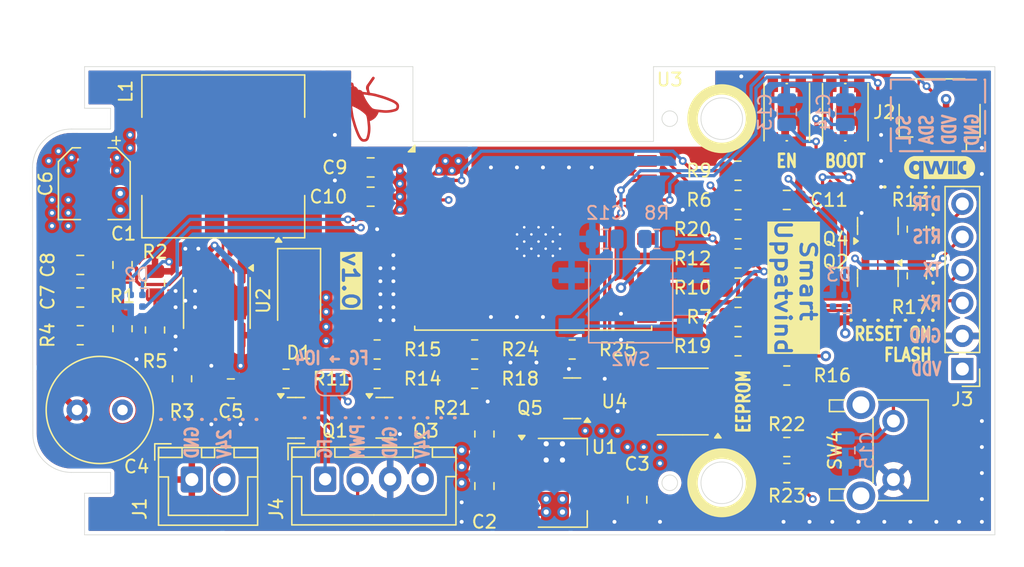
<source format=kicad_pcb>
(kicad_pcb (version 20240108) (generator "pcbnew") (generator_version "8.0")
  (title_block (title "Smart Uppatvind") (date "2024-07-18") (rev "1.0") (company "Petr Moucha") (comment 2 "Any use or reproduction unrelated to this project is prohibited.") (comment 3 "The fly logo is the property of Petr Moucha. ") (comment 4 "Licensed under CERN-OHL-W v2"))
  (layers (0 "F.Cu" signal) (1 "In1.Cu" power) (2 "In2.Cu" power) (31 "B.Cu" signal) (34 "B.Paste" user) (35 "F.Paste" user) (36 "B.SilkS" user "B.Silkscreen") (37 "F.SilkS" user "F.Silkscreen") (38 "B.Mask" user) (39 "F.Mask" user) (44 "Edge.Cuts" user))
  (net 0 "")
  (net 1 "+5V")
  (net 2 "Net-(C1-Pad1)")
  (net 3 "GND")
  (net 4 "VDD")
  (net 5 "+24V")
  (net 6 "GNDPWR")
  (net 7 "Net-(U2-COMP)")
  (net 8 "Net-(U2-FB)")
  (net 9 "Net-(C8-Pad2)")
  (net 10 "/EN")
  (net 11 "Net-(C12-Pad2)")
  (net 12 "Net-(Q2-C)")
  (net 13 "Net-(Q4-C)")
  (net 14 "Net-(C15-Pad2)")
  (net 15 "Net-(D1-K)")
  (net 16 "/LED")
  (net 17 "Net-(D2-DOUT)")
  (net 19 "/SCL")
  (net 20 "/SDA")
  (net 21 "/RTS")
  (net 22 "/RX")
  (net 23 "/TX")
  (net 24 "/DTR")
  (net 25 "/PWM_5V")
  (net 26 "/FG")
  (net 27 "/FAN_24V")
  (net 28 "Net-(JP1-B)")
  (net 29 "Net-(Q1-G)")
  (net 30 "Net-(Q2-B)")
  (net 31 "Net-(Q3-C)")
  (net 32 "Net-(Q3-B)")
  (net 33 "Net-(Q4-B)")
  (net 34 "Net-(Q5-G)")
  (net 35 "Net-(U2-FSW)")
  (net 36 "Net-(U3-IO20{slash}RXD)")
  (net 37 "/SW_MAIN")
  (net 38 "Net-(U3-IO21{slash}TXD)")
  (net 39 "/FAN_EN")
  (net 40 "/SW_FILTER")
  (net 41 "/BOOT")
  (net 42 "/PWM")
  (footprint "Resistor_SMD:R_0805_2012Metric_Pad1.20x1.40mm_HandSolder" (layer "F.Cu") (at 72.6 64.7)
    (property "Reference" "R11")
    (property "Value" "47k")
  )
  (footprint "Resistor_SMD:R_0805_2012Metric_Pad1.20x1.40mm_HandSolder" (layer "F.Cu") (at 79.6 62.45 180)
    (property "Reference" "R15")
    (property "Value" "1k")
  )
  (footprint "Resistor_SMD:R_0805_2012Metric" (layer "F.Cu") (at 107.35 53.2 180)
    (property "Reference" "R20")
    (property "Value" "330 R")
  )
  (footprint "Resistor_SMD:R_0805_2012Metric" (layer "F.Cu") (at 107.35 50.95)
    (property "Reference" "R6")
    (property "Value" "100k")
  )
  (footprint "Resistor_SMD:R_0805_2012Metric_Pad1.20x1.40mm_HandSolder" (layer "F.Cu") (at 87.1 62.45 180)
    (property "Reference" "R24")
    (property "Value" "120R")
  )
  (footprint "Resistor_SMD:R_0805_2012Metric" (layer "F.Cu") (at 107.35 48.7)
    (property "Reference" "R9")
    (property "Value" "330 R")
  )
  (footprint "SparkFun-Qwiic:qwiic_5.5mm" (layer "F.Cu") (at 122.85 48.45)
    (property "Reference" "G***" (hide yes))
    (property "Value" "LOGO" (hide yes))
  )
  (footprint "Capacitor_SMD:C_0805_2012Metric" (layer "F.Cu") (at 111.1 50.95)
    (property "Reference" "C11")
    (property "Value" "1uF")
  )
  (footprint "Capacitor_SMD:C_0805_2012Metric" (layer "F.Cu") (at 60.02 55.95 90)
    (property "Reference" "C1")
    (property "Value" "15nF")
  )
  (footprint "Moucha_Modules:ESP32-CX-WROOM-02" (layer "F.Cu") (at 91.6 53.95)
    (property "Reference" "U3")
    (property "Value" "ESP32-C3-WROOM-02")
  )
  (footprint "Connector_PinHeader_2.54mm:PinHeader_1x06_P2.54mm_Vertical" (layer "F.Cu") (at 124.6 63.95 180)
    (property "Reference" "J3")
    (property "Value" "UART_PROG")
  )
  (footprint "Connector_JST:JST_SH_SM04B-SRSS-TB_1x04-1MP_P1.00mm_Horizontal" (layer "F.Cu") (at 122.85 44.325 180)
    (property "Reference" "J2")
    (property "Value" "EXT_SENSOR")
  )
  (footprint "Resistor_SMD:R_0805_2012Metric_Pad1.20x1.40mm_HandSolder" (layer "F.Cu") (at 94.6 62.45)
    (property "Reference" "R25")
    (property "Value" "47k")
  )
  (footprint "Moucha_Primitives:SW_Tactile_G-Switch_GT-TC102B_Angled" (layer "F.Cu") (at 119.3 67.95 -90)
    (property "Reference" "SW4")
    (property "Value" "FILTER")
  )
  (footprint "Inductor_SMD:L_Coilcraft_MSS1278H-XXX" (layer "F.Cu") (at 67.77 47.6 180)
    (property "Reference" "L1")
    (property "Value" "47uH")
  )
  (footprint "Capacitor_THT:C_Radial_D8.0mm_H7.0mm_P3.50mm" (layer "F.Cu") (at 60.02 67.1 180)
    (property "Reference" "C4")
    (property "Value" "6.8uF")
  )
  (footprint "Resistor_SMD:R_0805_2012Metric_Pad1.20x1.40mm_HandSolder" (layer "F.Cu") (at 87.1 64.7)
    (property "Reference" "R18")
    (property "Value" "47k")
  )
  (footprint "Moucha_Primitives:SW_Push_1P1T_Vertical_3x4mm" (layer "F.Cu") (at 111.1 44.2 90)
    (property "Reference" "SW1" (hide yes))
    (property "Value" "EN")
  )
  (footprint "Resistor_SMD:R_0805_2012Metric" (layer "F.Cu") (at 111.1 69.95 180)
    (property "Reference" "R22")
    (property "Value" "2.2k")
  )
  (footprint "Capacitor_SMD:C_0805_2012Metric" (layer "F.Cu") (at 79.1 50.7 180)
    (property "Reference" "C10")
    (property "Value" "1uF")
  )
  (footprint "Resistor_SMD:R_0805_2012Metric" (layer "F.Cu") (at 107.35 62.2 180)
    (property "Reference" "R19")
    (property "Value" "0R")
  )
  (footprint "Capacitor_SMD:CP_Elec_5x5.9" (layer "F.Cu") (at 57.85 49.7 -90)
    (property "Reference" "C6")
    (property "Value" "33uF")
  )
  (footprint "Capacitor_SMD:C_0805_2012Metric" (layer "F.Cu") (at 79.1 48.45 180)
    (property "Reference" "C9")
    (property "Value" "10uF")
  )
  (footprint "Connector_JST:JST_XH_B2B-XH-A_1x02_P2.50mm_Vertical" (layer "F.Cu") (at 65.35 72.45)
    (property "Reference" "J1")
    (property "Value" "PWR")
  )
  (footprint "Capacitor_SMD:C_0805_2012Metric" (layer "F.Cu") (at 68.35 65.45 180)
    (property "Reference" "C5")
    (property "Value" "220nF")
  )
  (footprint "Package_TO_SOT_SMD:SOT-23" (layer "F.Cu") (at 73.35 67.7)
    (property "Reference" "Q1")
    (property "Value" "IRLML9301")
  )
  (footprint "Resistor_SMD:R_0805_2012Metric" (layer "F.Cu") (at 107.35 59.95)
    (property "Reference" "R7")
    (property "Value" "330 R")
  )
  (footprint "Resistor_SMD:R_0805_2012Metric" (layer "F.Cu") (at 62.52 57.35 90)
    (property "Reference" "R2")
    (property "Value" "5.1k")
  )
  (footprint "Resistor_SMD:R_0805_2012Metric" (layer "F.Cu") (at 111.1 71.95 180)
    (property "Reference" "R23")
    (property "Value" "2.2k")
  )
  (footprint "Package_TO_SOT_SMD:SOT-223-3_TabPin2" (layer "F.Cu") (at 93.85 72.7)
    (property "Reference" "U1")
    (property "Value" "LDL1117S33R")
  )
  (footprint "Capacitor_SMD:C_0805_2012Metric" (layer "F.Cu") (at 99.6 74 -90)
    (property "Reference" "C3")
    (property "Value" "4.7uF")
  )
  (footprint "Capacitor_SMD:C_0805_2012Metric" (layer "F.Cu") (at 87.85 72.95 -90)
    (property "Reference" "C2")
    (property "Value" "1uF")
  )
  (footprint "Connector_JST:JST_XH_B4B-XH-A_1x04_P2.50mm_Vertical" (layer "F.Cu") (at 75.6 72.425)
    (property "Reference" "J4")
    (property "Value" "FAN")
  )
  (footprint "Package_SO:HSOP-8-1EP_3.9x4.9mm_P1.27mm_EP2.3x2.3mm" (layer "F.Cu") (at 67.275 58.875 -90)
    (property "Reference" "U2")
    (property "Value" "L7980A")
  )
  (footprint "Resistor_SMD:R_0805_2012Metric" (layer "F.Cu") (at 60.02 60.85 90)
    (property "Reference" "R1")
    (property "Value" "150R")
  )
  (footprint "Diode_SMD:D_SMA" (layer "F.Cu") (at 73.6 58.2 -90)
    (property "Reference" "D1")
    (property "Value" "25V")
  )
  (footprint "Resistor_SMD:R_0805_2012Metric_Pad1.20x1.40mm_HandSolder" (layer "F.Cu") (at 79.6 64.7)
    (property "Reference" "R14")
    (property "Value" "47k")
  )
  (footprint "NetTie:NetTie-2_SMD_Pad2.0mm" (layer "F.Cu") (at 61.85 69.2 20)
    (property "Reference" "NT1" (hide yes))
    (property "Value" "~" (hide yes))
  )
  (footprint "Moucha_Primitives:SW_Push_1P1T_Vertical_3x4mm" (layer "F.Cu") (at 115.6 44.2 90)
    (property "Reference" "SW3" (hide yes))
    (property "Value" "BOOT")
  )
  (footprint "Resistor_SMD:R_0805_2012Metric" (layer "F.Cu") (at 121.1 53.2 -90)
    (property "Reference" "R13")
    (property "Value" "5.1kR")
  )
  (footprint "Capacitor_SMD:C_0805_2012Metric" (layer "F.Cu") (at 56.77 55.95 180)
    (property "Reference" "C8")
    (property "Value" "56nF")
  )
  (footprint "Resistor_SMD:R_0805_2012Metric" (layer "F.Cu") (at 107.35 57.7)
    (property "Reference" "R10")
    (property "Value" "330 R")
  )
  (footprint "Package_TO_SOT_SMD:SOT-23" (layer "F.Cu") (at 118.1 56.95 -90)
    (property "Reference" "Q2")
    (property "Value" "MMBT3904")
  )
  (footprint "Package_TO_SOT_SMD:SOT-23" (layer "F.Cu") (at 94.6 66.2 180)
    (property "Reference" "Q5")
    (property "Value" "Q_NMOS_GSD")
  )
  (footprint "Resistor_SMD:R_0805_2012Metric" (layer "F.Cu") (at 107.35 55.45 180)
    (property "Reference" "R12")
    (property "Value" "0R")
  )
  (footprint "Resistor_SMD:R_0805_2012Metric" (layer "F.Cu") (at 121.1 56.7875 90)
    (property "Reference" "R17")
    (property "Value" "5.1kR")
  )
  (footprint "Resistor_SMD:R_0805_2012Metric" (layer "F.Cu") (at 56.77 61.35)
    (property "Reference" "R4")
    (property "Value" "1.3k")
  )
  (footprint "Package_TO_SOT_SMD:SOT-23" (layer "F.Cu") (at 118.1 52.95 90)
    (property "Reference" "Q4")
    (property "Value" "MMBT3904")
  )
  (footprint "Resistor_SMD:R_0805_2012Metric" (layer "F.Cu") (at 62.52 60.95 90)
    (property "Reference" "R5")
    (property "Value" "698R")
  )
  (footprint "Resistor_SMD:R_0805_2012Metric" (layer "F.Cu") (at 111.1 64.45 180)
    (property "Reference" "R16")
    (property "Value" "10k")
  )
  (footprint "Resistor_SMD:R_0805_2012Metric" (layer "F.Cu") (at 64.6 64.7 90)
    (property "Reference" "R3")
    (property "Value" "562k")
  )
  (footprint "Resistor_SMD:R_0805_2012Metric_Pad1.20x1.40mm_HandSolder" (layer "F.Cu") (at 87.85 68.95 90)
    (property "Reference" "R21")
    (property "Value" "10k")
  )
  (footprint "Package_SO:SOIC-8_3.9x4.9mm_P1.27mm" (layer "F.Cu") (at 103.1 66.45 180)
    (property "Reference" "U4")
    (property "Value" "M24C02-WMN")
  )
  (footprint "Package_TO_SOT_SMD:SOT-23" (layer "F.Cu") (at 80.1625 67.7)
    (property "Reference" "Q3")
    (property "Value" "MMBT3904")
  )
  (footprint "Capacitor_SMD:C_0805_2012Metric" (layer "F.Cu") (at 56.77 58.45 180)
    (property "Reference" "C7")
    (property "Value" "820pF")
  )
  (footprint "Moucha_Graphics:Logo_Moucha_4.5x4.5mm_Copper" (layer "F.Cu") (at 78.6 43.7 45)
    (property "Reference" "REF**" (hide yes))
    (property "Value" "Logo_Moucha_4.5x4.5mm_Copper" (hide yes))
  )
  (footprint "Resistor_SMD:R_0805_2012Metric" (layer "B.Cu") (at 101.1 53.95)
    (property "Reference" "R8")
    (property "Value" "10k")
  )
  (footprint "Moucha_Primitives:LED_SK6805_EC14_1.4x1.4mm" (layer "B.Cu") (at 61.1 58.7 180)
    (property "Reference" "D2")
    (property "Value" "SK6805")
  )
  (footprint "Moucha_Primitives:LED_SK6805_EC14_1.4x1.4mm" (layer "B.Cu") (at 115.1 58.7 90)
    (property "Reference" "D3")
    (property "Value" "SK6805")
  )
  (footprint "Moucha_Primitives:SW_Push_K2-6639SP-C4_6x6mm_H5mm" (layer "B.Cu") (at 99.1 58.7)
    (property "Reference" "SW2")
    (property "Value" "MAIN")
  )
  (footprint "Capacitor_SMD:C_0805_2012Metric" (layer "B.Cu") (at 97.1 53.95)
    (property "Reference" "C12")
    (property "Value" "0.1uF")
  )
  (footprint "Capacitor_SMD:C_0805_2012Metric" (layer "B.Cu") (at 111.1 44.2 -90)
    (property "Reference" "C13")
    (property "Value" "0.1uF")
  )
  (footprint "Capacitor_SMD:C_0805_2012Metric" (layer "B.Cu") (at 115.6 70.2 90)
    (property "Reference" "C15")
    (property "Value" "0.1uF")
  )
  (footprint "Jumper:SolderJumper-2_P1.3mm_Open_RoundedPad1.0x1.5mm" (layer "B.Cu") (at 76.25 65)
    (property "Reference" "JP1" (hide yes))
    (property "Value" "SolderJumper_2_Open")
  )
  (footprint "Capacitor_SMD:C_0805_2012Metric" (layer "B.Cu") (at 115.6 44.2 -90)
    (property "Reference" "C14")
    (property "Value" "0.1uF")
  )
  (gr_rect (start 119.1 41.7) (end 126.35 47.2) (stroke (width 0.16) (type dash)) (fill none) (layer "B.SilkS"))
  (gr_line (start 70.35 67.825) (end 62.85 67.825) (stroke (width 0.25) (type dot)) (layer "B.SilkS"))
  (gr_line (start 85.6 67.7) (end 73.1 67.7) (stroke (width 0.25) (type dot)) (layer "B.SilkS"))
  (gr_circle (center 106.1 72.7) (end 108.35 72.7) (stroke (width 0.8)) (fill none) (layer "F.SilkS"))
  (gr_line (start 118.6 49.95) (end 122.35 49.95) (stroke (width 0.25) (type dot)) (layer "F.SilkS"))
  (gr_circle (center 106.1 44.7) (end 108.35 44.7) (stroke (width 0.8)) (fill none) (layer "F.SilkS"))
  (gr_line (start 122.35 49.95) (end 122.35 60.2) (stroke (width 0.25) (type dot)) (layer "F.SilkS"))
  (gr_line (start 122.35 60.2) (end 115.6 60.2) (stroke (width 0.25) (type dot)) (layer "F.SilkS"))
  (gr_arc (start 56.074999 71.9) (mid 53.978679 71.010965) (end 53.124999 68.9) (stroke (width 0.05)) (layer "Edge.Cuts"))
  (gr_line (start 82.35 46.45) (end 100.85 46.45) (stroke (width 0.05)) (layer "Edge.Cuts"))
  (gr_circle (center 106.1 72.7) (end 107.7 72.7) (stroke (width 0.05)) (fill none) (layer "Edge.Cuts"))
  (gr_line (start 127.1 76.7) (end 127.1 40.7) (stroke (width 0.05)) (layer "Edge.Cuts"))
  (gr_line (start 100.85 46.45) (end 100.85 40.7) (stroke (width 0.05)) (layer "Edge.Cuts"))
  (gr_circle (center 102.1 44.7) (end 102.7 44.7) (stroke (width 0.05)) (fill none) (layer "Edge.Cuts"))
  (gr_line (start 57.1 43.9) (end 57.1 40.7) (stroke (width 0.05)) (layer "Edge.Cuts"))
  (gr_line (start 53.1 48.45) (end 53.124999 68.9) (stroke (width 0.05)) (layer "Edge.Cuts"))
  (gr_line (start 56.074999 71.9) (end 59.1 71.9) (stroke (width 0.05)) (layer "Edge.Cuts"))
  (gr_line (start 59.1 71.9) (end 59.1 73.5) (stroke (width 0.05)) (layer "Edge.Cuts"))
  (gr_line (start 82.35 40.7) (end 57.1 40.7) (stroke (width 0.05)) (layer "Edge.Cuts"))
  (gr_line (start 59.1 43.9) (end 59.1 45.5) (stroke (width 0.05)) (layer "Edge.Cuts"))
  (gr_line (start 57.1 73.5) (end 57.1 76.7) (stroke (width 0.05)) (layer "Edge.Cuts"))
  (gr_line (start 59.1 73.5) (end 57.1 73.5) (stroke (width 0.05)) (layer "Edge.Cuts"))
  (gr_line (start 57.1 43.9) (end 59.1 43.9) (stroke (width 0.05)) (layer "Edge.Cuts"))
  (gr_circle (center 102.1 72.7) (end 102.7 72.7) (stroke (width 0.05)) (fill none) (layer "Edge.Cuts"))
  (gr_circle (center 106.1 44.7) (end 107.7 44.7) (stroke (width 0.05)) (fill none) (layer "Edge.Cuts"))
  (gr_line (start 82.35 40.7) (end 82.35 46.45) (stroke (width 0.05)) (layer "Edge.Cuts"))
  (gr_line (start 57.1 76.7) (end 127.1 76.7) (stroke (width 0.05)) (layer "Edge.Cuts"))
  (gr_arc (start 53.1 48.45) (mid 53.989035 46.35368) (end 56.1 45.5) (stroke (width 0.05)) (layer "Edge.Cuts"))
  (gr_line (start 127.1 40.7) (end 100.85 40.7) (stroke (width 0.05)) (layer "Edge.Cuts"))
  (gr_line (start 59.1 45.5) (end 56.1 45.5) (stroke (width 0.05)) (layer "Edge.Cuts"))
  (gr_text "GND" (at 80.6 70.95 90) (layer "B.SilkS") (effects (font (size 1 0.8) (thickness 0.2) (bold yes)) (justify right mirror)))
  (gr_text "GND" (at 65.35 70.95 90) (layer "B.SilkS") (effects (font (size 1 0.8) (thickness 0.2) (bold yes)) (justify right mirror)))
  (gr_text "DTR" (at 123.1 51.25 0) (layer "B.SilkS") (effects (font (size 1 0.8) (thickness 0.2) (bold yes)) (justify left mirror)))
  (gr_text "VDD" (at 123.1 63.95 0) (layer "B.SilkS") (effects (font (size 1 0.8) (thickness 0.2) (bold yes)) (justify left mirror)))
  (gr_text "SDA" (at 121.85 44.295238 90) (layer "B.SilkS") (effects (font (size 1 0.8) (thickness 0.2) (bold yes)) (justify left mirror)))
  (gr_text "24V" (at 67.85 70.95 90) (layer "B.SilkS") (effects (font (size 1 0.8) (thickness 0.2) (bold yes)) (justify right mirror)))
  (gr_text "GND" (at 123.1 61.41 0) (layer "B.SilkS") (effects (font (size 1 0.8) (thickness 0.2) (bold yes)) (justify left mirror)))
  (gr_text "RTS" (at 123.1 53.79 0) (layer "B.SilkS") (effects (font (size 1 0.8) (thickness 0.2) (bold yes)) (justify left mirror)))
  (gr_text "TX" (at 123.1 56.33 0) (layer "B.SilkS") (effects (font (size 1 0.8) (thickness 0.2) (bold yes)) (justify left mirror)))
  (gr_text "VDD" (at 123.6 44.27619 90) (layer "B.SilkS") (effects (font (size 1 0.8) (thickness 0.2) (bold yes)) (justify left mirror)))
  (gr_text "SCL" (at 120.1 44.314285 90) (layer "B.SilkS") (effects (font (size 1 0.8) (thickness 0.2) (bold yes)) (justify left mirror)))
  (gr_text "FG" (at 75.6 70.95 90) (layer "B.SilkS") (effects (font (size 1 0.8) (thickness 0.2) (bold yes)) (justify right mirror)))
  (gr_text "PWM" (at 78.1 70.95 90) (layer "B.SilkS") (effects (font (size 1 0.8) (thickness 0.2) (bold yes)) (justify right mirror)))
  (gr_text "RX" (at 123.1 58.87 0) (layer "B.SilkS") (effects (font (size 1 0.8) (thickness 0.2) (bold yes)) (justify left mirror)))
  (gr_text "FG → IO4" (at 76.1 63.7 0) (layer "B.SilkS") (effects (font (size 1 0.8) (thickness 0.2) (bold yes)) (justify bottom mirror)))
  (gr_text "24V" (at 83.1 70.95 90) (layer "B.SilkS") (effects (font (size 1 0.8) (thickness 0.2) (bold yes)) (justify right mirror)))
  (gr_text "GND" (at 125.35 44.2 90) (layer "B.SilkS") (effects (font (size 1 0.8) (thickness 0.2) (bold yes)) (justify left mirror)))
  (gr_text "RESET ON\nFLASH" (at 122.35 63.45 0) (layer "F.SilkS") (effects (font (size 1 0.8) (thickness 0.2) (bold yes)) (justify right bottom)))
  (gr_text "BOOT" (at 115.6 47.95 0) (layer "F.SilkS") (effects (font (size 1 0.8) (thickness 0.2) (bold yes))))
  (gr_text "Smart \nUppatvind" (at 110.1 57.7 270) (layer "F.SilkS" knockout) (effects (font (size 1.2 1.4) (thickness 0.25) (bold yes)) (justify bottom)))
  (gr_text "EN" (at 111.1 47.95 0) (layer "F.SilkS") (effects (font (size 1 0.8) (thickness 0.2) (bold yes))))
  (gr_text "v${REVISION}" (at 76.85 57.2 270) (layer "F.SilkS" knockout) (effects (font (size 1.2 1.4) (thickness 0.25) (bold yes)) (justify bottom)))
  (gr_text "EEPROM" (at 108.35 66.45 90) (layer "F.SilkS") (effects (font (size 1 0.8) (thickness 0.2) (bold yes)) (justify bottom)))
  (via (at 86.1 72.7) (size 0.8) (drill 0.4) (layers "F.Cu" "B.Cu") (net 1))
  (via (at 63.6 55.7) (size 0.6) (drill 0.3) (layers "F.Cu" "B.Cu") (net 1))
  (via (at 56.1 47.7) (size 0.6) (drill 0.3) (layers "F.Cu" "B.Cu") (net 1))
  (via (at 54.35 47.95) (size 0.6) (drill 0.3) (layers "F.Cu" "B.Cu") (net 1))
  (via (at 86.1 71.45) (size 0.8) (drill 0.4) (layers "F.Cu" "B.Cu") (net 1))
  (via (at 60.6 45.95) (size 0.6) (drill 0.3) (layers "F.Cu" "B.Cu") (net 1))
  (via (at 92.6 73.95) (size 0.8) (drill 0.4) (layers "F.Cu" "B.Cu") (net 1))
  (via (at 59.6 48.7) (size 0.6) (drill 0.3) (layers "F.Cu" "B.Cu") (net 1))
  (via (at 59.6 47.7) (size 0.6) (drill 0.3) (layers "F.Cu" "B.Cu") (net 1))
  (via (at 60.6 46.95) (size 0.6) (drill 0.3) (layers "F.Cu" "B.Cu") (net 1))
  (via (at 115.6 61.2) (size 0.8) (drill 0.4) (layers "F.Cu" "B.Cu") (net 1))
  (via (at 93.85 74.95) (size 0.8) (drill 0.4) (layers "F.Cu" "B.Cu") (net 1))
  (via (at 86.1 70.2) (size 0.8) (drill 0.4) (layers "F.Cu" "B.Cu") (net 1))
  (via (at 93.85 73.95) (size 0.8) (drill 0.4) (layers "F.Cu" "B.Cu") (net 1))
  (via (at 92.6 74.95) (size 0.8) (drill 0.4) (layers "F.Cu" "B.Cu") (net 1))
  (via (at 55.85 48.7) (size 0.6) (drill 0.3) (layers "F.Cu" "B.Cu") (net 1))
  (via (at 55.1 47.2) (size 0.6) (drill 0.3) (layers "F.Cu" "B.Cu") (net 1))
  (segment (start 115.55 59.15) (end 115.55 61.15) (width 0.25) (layer "B.Cu") (net 1))
  (segment (start 63.6 55.7) (end 63.1 55.7) (width 0.25) (layer "B.Cu") (net 1))
  (segment (start 61.55 57.25) (end 61.55 58.25) (width 0.25) (layer "B.Cu") (net 1))
  (segment (start 63.1 55.7) (end 61.55 57.25) (width 0.25) (layer "B.Cu") (net 1))
  (segment (start 115.55 61.15) (end 115.6 61.2) (width 0.25) (layer "B.Cu") (net 1))
  (segment (start 60.02 56.9) (end 60.02 59.9375) (width 0.25) (layer "F.Cu") (net 2))
  (via (at 64.1 59.2) (size 0.6) (drill 0.3) (layers "F.Cu" "B.Cu") (net 3))
  (via (at 76.35 49.45) (size 0.6) (drill 0.3) (layers "F.Cu" "B.Cu") (net 3))
  (via (at 76.35 45.95) (size 0.6) (drill 0.3) (layers "F.Cu" "B.Cu") (net 3))
  (via (at 116.85 51.95) (size 0.6) (drill 0.3) (layers "F.Cu" "B.Cu") (net 3))
  (via (at 92.6 70.95) (size 0.8) (drill 0.4) (layers "F.Cu" "B.Cu") (net 3))
  (via (at 80.85 55.2) (size 0.6) (drill 0.3) (layers "F.Cu" "B.Cu") (net 3))
  (via (at 64.1 61.45) (size 0.6) (drill 0.3) (layers "F.Cu" "B.Cu") (net 3))
  (via (at 61.1 63.2) (size 0.6) (drill 0.3) (layers "F.Cu" "B.Cu") (net 3))
  (via (at 80.85 59.2) (size 0.6) (drill 0.3) (layers "F.Cu" "B.Cu") (net 3))
  (via (at 80.85 57.2) (size 0.6) (drill 0.3) (layers "F.Cu" "B.Cu") (net 3))
  (via (at 112.85 75.7) (size 0.6) (drill 0.3) (layers "F.Cu" "B.Cu") (net 3))
  (via (at 92.6 69.7) (size 0.8) (drill 0.4) (layers "F.Cu" "B.Cu") (net 3))
  (via (at 110.85 75.7) (size 0.6) (drill 0.3) (layers "F.Cu" "B.Cu") (net 3))
  (via (at 107.6 41.45) (size 0.6) (drill 0.3) (layers "F.Cu" "B.Cu") (net 3))
  (via (at 116.6 75.7) (size 0.6) (drill 0.3) (layers "F.Cu" "B.Cu") (net 3))
  (via (at 64.1 57.95) (size 0.6) (drill 0.3) (layers "F.Cu" "B.Cu") (net 3))
  (via (at 80.85 56.2) (size 0.6) (drill 0.3) (layers "F.Cu" "B.Cu") (net 3))
  (via (at 126.1 71.95) (size 0.6) (drill 0.3) (layers "F.Cu" "B.Cu") (net 3))
  (via (at 118.6 75.7) (size 0.6) (drill 0.3) (layers "F.Cu" "B.Cu") (net 3))
  (via (at 79.85 60.2) (size 0.6) (drill 0.3) (layers "F.Cu" "B.Cu") (net 3))
  (via (at 81.35 68.95) (size 0.6) (drill 0.3) (layers "F.Cu" "B.Cu") (net 3))
  (via (at 93.85 69.7) (size 0.8) (drill 0.4) (layers "F.Cu" "B.Cu") (net 3))
  (via (at 126.1 67.95) (size 0.6) (drill 0.3) (layers "F.Cu" "B.Cu") (net 3))
  (via (at 126.1 75.7) (size 0.6) (drill 0.3) (layers "F.Cu" "B.Cu") (net 3))
  (via (at 64.85 54.7) (size 0.6) (drill 0.3) (layers "F.Cu" "B.Cu") (net 3))
  (via (at 94.35 48.45) (size 0.6) (drill 0.3) (layers "F.Cu" "B.Cu") (net 3))
  (via (at 124.35 75.7) (size 0.6) (drill 0.3) (layers "F.Cu" "B.Cu") (net 3))
  (via (at 93.85 70.95) (size 0.8) (drill 0.4) (layers "F.Cu" "B.Cu") (net 3))
  (via (at 66.85 63.7) (size 0.6) (drill 0.3) (layers "F.Cu" "B.Cu") (net 3))
  (via (at 80.85 60.2) (size 0.6) (drill 0.3) (layers "F.Cu" "B.Cu") (net 3))
  (via (at 97.1 64.7) (size 0.6) (drill 0.3) (layers "F.Cu" "B.Cu") (net 3))
  (via (at 92.35 59.95) (size 0.6) (drill 0.3) (layers "F.Cu" "B.Cu") (net 3))
  (via (at 92.35 48.45) (size 0.6) (drill 0.3) (layers "F.Cu" "B.Cu") (net 3))
  (via (at 96.1 48.45) (size 0.6) (drill 0.3) (layers "F.Cu" "B.Cu") (net 3))
  (via (at 86.1 74.2) (size 0.6) (drill 0.3) (layers "F.Cu" "B.Cu") (net 3))
  (via (at 88.35 59.95) (size 0.6) (drill 0.3) (layers "F.Cu" "B.Cu") (net 3))
  (via (at 69.1 68.2) (size 0.6) (drill 0.3) (layers "F.Cu" "B.Cu") (net 3))
  (via (at 86.1 75.7) (size 0.6) (drill 0.3) (layers "F.Cu" "B.Cu") (net 3))
  (via (at 126.1 73.95) (size 0.6) (drill 0.3) (layers "F.Cu" "B.Cu") (net 3))
  (via (at 88.35 48.45) (size 0.6) (drill 0.3) (layers "F.Cu" "B.Cu") (net 3))
  (via (at 118.35 45.95) (size 0.6) (drill 0.3) (layers "F.Cu" "B.Cu") (net 3))
  (via (at 79.85 57.2) (size 0.6) (drill 0.3) (layers "F.Cu" "B.Cu") (net 3))
  (via (at 91.85 63.45) (size 0.6) (drill 0.3) (layers "F.Cu" "B.Cu") (net 3))
  (via (at 98.35 61.7) (size 0.6) (drill 0.3) (layers "F.Cu" "B.Cu") (net 3))
  (via (at 90.35 48.45) (size 0.6) (drill 0.3) (layers "F.Cu" "B.Cu") (net 3))
  (via (at 79.6 53.2) (size 0.6) (drill 0.3) (layers "F.Cu" "B.Cu") (net 3))
  (via (at 65.6 57.95) (size 0.6) (drill 0.3) (layers "F.Cu" "B.Cu") (net 3))
  (via (at 65.6 59.2) (size 0.6) (drill 0.3) (layers "F.Cu" "B.Cu") (net 3))
  (via (at 98.35 59.7) (size 0.6) (drill 0.3) (layers "F.Cu" "B.Cu") (net 3))
  (via (at 79.85 58.2) (size 0.6) (drill 0.3) (layers "F.Cu" "B.Cu") (net 3))
  (via (at 88.1 66.45) (size 0.6) (drill 0.3) (layers "F.Cu" "B.Cu") (net 3))
  (via (at 126.1 69.95) (size 0.6) (drill 0.3) (layers "F.Cu" "B.Cu") (net 3))
  (via (at 126.1 46.95) (size 0.6) (drill 0.3) (layers "F.Cu" "B.Cu") (net 3))
  (via (at 118.35 47.95) (size 0.6) (drill 0.3) (layers "F.Cu" "B.Cu") (net 3))
  (via (at 65.85 54.7) (size 0.6) (drill 0.3) (layers "F.Cu" "B.Cu") (net 3))
  (via (at 94.35 63.95) (size 0.6) (drill 0.3) (layers "F.Cu" "B.Cu") (net 3))
  (via (at 101.35 75.7) (size 0.6) (drill 0.3) (layers "F.Cu" "B.Cu") (net 3))
  (via (at 64.85 58.7) (size 0.6) (drill 0.3) (layers "F.Cu" "B.Cu") (net 3))
  (via (at 118.35 49.95) (size 0.6) (drill 0.3) (layers "F.Cu" "B.Cu") (net 3))
  (via (at 126.1 48.95) (size 0.6) (drill 0.3) (layers "F.Cu" "B.Cu") (net 3))
  (via (at 64.1 62.45) (size 0.6) (drill 0.3) (layers "F.Cu" "B.Cu") (net 3))
  (via (at 120.6 75.7) (size 0.6) (drill 0.3) (layers "F.Cu" "B.Cu") (net 3))
  (via (at 79.85 59.2) (size 0.6) (drill 0.3) (layers "F.Cu" "B.Cu") (net 3))
  (via (at 98.1 67.2) (size 0.6) (drill 0.3) (layers "F.Cu" "B.Cu") (net 3))
  (via (at 122.6 75.7) (size 0.6) (drill 0.3) (layers "F.Cu" "B.Cu") (net 3))
  (via (at 114.6 75.7) (size 0.6) (drill 0.3) (layers "F.Cu" "B.Cu") (net 3))
  (via (at 80.85 58.2) (size 0.6) (drill 0.3) (layers "F.Cu" "B.Cu") (net 3))
  (via (at 66.85 68.2) (size 0.6) (drill 0.3) (layers "F.Cu" "B.Cu") (net 3))
  (via (at 89.85 63.45) (size 0.6) (drill 0.3) (layers "F.Cu" "B.Cu") (net 3))
  (via (at 79.85 56.2) (size 0.6) (drill 0.3) (layers "F.Cu" "B.Cu") (net 3))
  (via (at 97.85 75.7) (size 0.6) (drill 0.3) (layers "F.Cu" "B.Cu") (net 3))
  (via (at 90.35 59.95) (size 0.6) (drill 0.3) (layers "F.Cu" "B.Cu") (net 3))
  (via (at 103.1 51.7) (size 0.6) (drill 0.3) (layers "F.Cu" "B.Cu") (net 3))
  (segment (start 112.0125 69.95) (end 112.0125 71.95) (width 0.25) (layer "F.Cu") (net 4))
  (segment (start 105.225 49.825) (end 106.35 50.95) (width 0.25) (layer "F.Cu") (net 4))
  (segment (start 90.7 72.7) (end 97 72.7) (width 1) (layer "F.Cu") (net 4))
  (segment (start 113.1 73.95) (end 112.0125 72.8625) (width 0.25) (layer "F.Cu") (net 4))
  (segment (start 123.35 46.325) (end 123.35 43.2) (width 0.5) (layer "F.Cu") (net 4))
  (segment (start 112.0125 63.5375) (end 112.0125 64.45) (width 0.25) (layer "F.Cu") (net 4))
  (segment (start 112.6 62.95) (end 112.0125 63.5375) (width 0.25) (layer "F.Cu") (net 4))
  (segment (start 114.1 62.95) (end 112.6 62.95) (width 0.25) (layer "F.Cu") (net 4))
  (segment (start 112.0125 64.45) (end 112.0125 69.95) (width 0.25) (layer "F.Cu") (net 4))
  (segment (start 112.0125 72.8625) (end 112.0125 71.95) (width 0.25) (layer "F.Cu") (net 4))
  (via (at 101.35 71.2) (size 0.6) (drill 0.3) (layers "F.Cu" "B.Cu") (net 4))
  (via (at 84.85 47.95) (size 0.6) (drill 0.3) (layers "F.Cu" "B.Cu") (net 4))
  (via (at 84.35 48.7) (size 0.6) (drill 0.3) (layers "F.Cu" "B.Cu") (net 4))
  (via (at 85.35 48.7) (size 0.6) (drill 0.3) (layers "F.Cu" "B.Cu") (net 4))
  (via (at 101.35 69.95) (size 0.6) (drill 0.3) (layers "F.Cu" "B.Cu") (net 4))
  (via (at 95.6 68.7) (size 0.6) (drill 0.3) (layers "F.Cu" "B.Cu") (net 4))
  (via (at 98.35 57.7) (size 0.8) (drill 0.4) (layers "F.Cu" "B.Cu") (net 4))
  (via (at 105.225 49.825) (size 0.6) (drill 0.3) (layers "F.Cu" "B.Cu") (net 4))
  (via (at 96.85 68.7) (size 0.6) (drill 0.3) (layers "F.Cu" "B.Cu") (net 4))
  (via (at 123.35 43.2) (size 0.8) (drill 0.4) (layers "F.Cu" "B.Cu") (net 4))
  (via (at 85.85 47.95) (size 0.6) (drill 0.3) (layers "F.Cu" "B.Cu") (net 4))
  (via (at 81.35 50.7) (size 0.6) (drill 0.3) (layers "F.Cu" "B.Cu") (net 4))
  (via (at 100.1 69.95) (size 0.6) (drill 0.3) (layers "F.Cu" "B.Cu") (net 4))
  (via (at 81.35 48.7) (size 0.6) (drill 0.3) (layers "F.Cu" "B.Cu") (net 4))
  (via (at 81.35 49.7) (size 0.6) (drill 0.3) (layers "F.Cu" "B.Cu") (net 4))
  (via (at 98.1 68.7) (size 0.6) (drill 0.3) (layers "F.Cu" "B.Cu") (net 4))
  (via (at 98.85 69.95) (size 0.6) (drill 0.3) (layers "F.Cu" "B.Cu") (net 4))
  (via (at 114.1 62.95) (size 0.8) (drill 0.4) (layers "F.Cu" "B.Cu") (net 4))
  (via (at 113.1 73.95) (size 0.6) (drill 0.3) (layers "F.Cu" "B.Cu") (net 4))
  (via (at 81.35 51.7) (size 0.6) (drill 0.3) (layers "F.Cu" "B.Cu") (net 4))
  (segment (start 98.35 57.7) (end 100.1875 55.8625) (width 0.25) (layer "B.Cu") (net 4))
  (segment (start 100.1875 55.8625) (end 100.1875 53.95) (width 0.25) (layer "B.Cu") (net 4))
  (segment (start 66.64 54.91) (end 67.1 54.45) (width 0.5) (layer "F.Cu") (net 5))
  (segment (start 66.64 56.4) (end 66.64 54.91) (width 0.5) (layer "F.Cu") (net 5))
  (via (at 69.1 63.7) (size 0.6) (drill 0.3) (layers "F.Cu" "B.Cu") (net 5))
  (via (at 67.1 54.45) (size 0.6) (drill 0.3) (layers "F.Cu" "B.Cu") (net 5))
  (segment (start 69.1 56.45) (end 69.1 59.7) (width 0.5) (layer "B.Cu") (net 5))
  (segment (start 67.1 54.45) (end 69.1 56.45) (width 0.5) (layer "B.Cu") (net 5))
  (segment (start 69.1 59.7) (end 69.1 63.7) (width 0.5) (layer "B.Cu") (net 5))
  (via (at 54.6 51.95) (size 0.6) (drill 0.3) (layers "F.Cu" "B.Cu") (net 6))
  (via (at 75.68 58.45) (size 0.6) (drill 0.3) (layers "F.Cu" "B.Cu") (net 6))
  (via (at 59.85 50.45) (size 0.8) (drill 0.4) (layers "F.Cu" "B.Cu") (net 6))
  (via (at 75.68 59.55) (size 0.6) (drill 0.3) (layers "F.Cu" "B.Cu") (net 6))
  (via (at 75.68 61.8) (size 0.6) (drill 0.3) (layers "F.Cu" "B.Cu") (net 6))
  (via (at 55.85 50.95) (size 0.6) (drill 0.3) (layers "F.Cu" "B.Cu") (net 6))
  (via (at 54.6 50.95) (size 0.6) (drill 0.3) (layers "F.Cu" "B.Cu") (net 6))
  (via (at 54.6 52.95) (size 0.6) (drill 0.3) (layers "F.Cu" "B.Cu") (net 6))
  (via (at 59.85 51.7) (size 0.8) (drill 0.4) (layers "F.Cu" "B.Cu") (net 6))
  (via (at 55.85 52.95) (size 0.6) (drill 0.3) (layers "F.Cu" "B.Cu") (net 6))
  (via (at 55.85 51.95) (size 0.6) (drill 0.3) (layers "F.Cu" "B.Cu") (net 6))
  (via (at 75.68 60.7) (size 0.6) (drill 0.3) (layers "F.Cu" "B.Cu") (net 6))
  (segment (start 63.6 57.45) (end 61.35 57.45) (width 0.25) (layer "F.Cu") (net 7))
  (segment (start 64.65 56.4) (end 63.6 57.45) (width 0.25) (layer "F.Cu") (net 7))
  (segment (start 57.72 55.95) (end 57.72 58.45) (width 0.25) (layer "F.Cu") (net 7))
  (segment (start 61.1 56.2) (end 60.85 55.95) (width 0.25) (layer "F.Cu") (net 7))
  (segment (start 61.35 57.45) (end 61.1 57.2) (width 0.25) (layer "F.Cu") (net 7))
  (segment (start 61.1 57.2) (end 61.1 56.2) (width 0.25) (layer "F.Cu") (net 7))
  (segment (start 65.37 56.4) (end 64.65 56.4) (width 0.25) (layer "F.Cu") (net 7))
  (segment (start 60.85 55.95) (end 57.72 55.95) (width 0.25) (layer "F.Cu") (net 7))
  (segment (start 57.6825 61.35) (end 55.82 59.4875) (width 0.25) (layer "F.Cu") (net 8))
  (segment (start 61.745 60.0375) (end 60.02 61.7625) (width 0.25) (layer "F.Cu") (net 8))
  (segment (start 62.52 60.0375) (end 61.745 60.0375) (width 0.25) (layer "F.Cu") (net 8))
  (segment (start 64.0575 60.0375) (end 62.52 60.0375) (width 0.25) (layer "F.Cu") (net 8))
  (segment (start 58.5 61.35) (end 57.6825 61.35) (width 0.25) (layer "F.Cu") (net 8))
  (segment (start 60.02 61.7625) (end 58.9125 61.7625) (width 0.25) (layer "F.Cu") (net 8))
  (segment (start 65.37 61.35) (end 64.0575 60.0375) (width 0.25) (layer "F.Cu") (net 8))
  (segment (start 62.52 60.0375) (end 62.52 58.2625) (width 0.25) (layer "F.Cu") (net 8))
  (segment (start 58.9125 61.7625) (end 58.5 61.35) (width 0.25) (layer "F.Cu") (net 8))
  (segment (start 55.82 59.4875) (end 55.82 58.45) (width 0.25) (layer "F.Cu") (net 8))
  (segment (start 54.6 57.17) (end 55.82 55.95) (width 0.25) (layer "F.Cu") (net 9))
  (segment (start 55.8575 61.35) (end 54.6 60.0925) (width 0.25) (layer "F.Cu") (net 9))
  (segment (start 54.6 60.0925) (end 54.6 57.17) (width 0.25) (layer "F.Cu") (net 9))
  (segment (start 86.1 49.45) (end 82.85 49.45) (width 0.25) (layer "F.Cu") (net 10))
  (segment (start 103.85 48.7) (end 106.4375 48.7) (width 0.25) (layer "F.Cu") (net 10))
  (segment (start 106.4375 48.7875) (end 108.2625 50.6125) (width 0.25) (layer "F.Cu") (net 10))
  (segment (start 108.2625 50.95) (end 110.15 50.95) (width 0.25) (layer "F.Cu") (net 10))
  (segment (start 103.1 47.95) (end 103.85 48.7) (width 0.25) (layer "F.Cu") (net 10))
  (via (at 103.1 47.95) (size 0.6) (drill 0.3) (layers "F.Cu" "B.Cu") (net 10))
  (via (at 86.1 49.45) (size 0.6) (drill 0.3) (layers "F.Cu" "B.Cu") (net 10))
  (segment (start 86.1 48.7) (end 86.1 49.45) (width 0.25) (layer "B.Cu") (net 10))
  (segment (start 87.6 47.2) (end 86.1 48.7) (width 0.25) (layer "B.Cu") (net 10))
  (segment (start 102.35 47.2) (end 87.6 47.2) (width 0.25) (layer "B.Cu") (net 10))
  (segment (start 103.1 47.95) (end 102.35 47.2) (width 0.25) (layer "B.Cu") (net 10))
  (segment (start 109.2625 56.45) (end 108.2625 55.45) (width 0.25) (layer "F.Cu") (net 11))
  (segment (start 109.35 56.45) (end 109.2625 56.45) (width 0.25) (layer "F.Cu") (net 11))
  (via (at 109.35 56.45) (size 0.6) (drill 0.3) (layers "F.Cu" "B.Cu") (net 11))
  (segment (start 109.35 56.45) (end 108.6 56.45) (width 0.25) (layer "B.Cu") (net 11))
  (segment (start 98.1 56.7) (end 98.1 54) (width 0.25) (layer "B.Cu") (net 11))
  (segment (start 103.65 60.65) (end 94.55 60.65) (width 0.25) (layer "B.Cu") (net 11))
  (segment (start 94.55 60.25) (end 98.1 56.7) (width 0.25) (layer "B.Cu") (net 11))
  (segment (start 108.6 56.45) (end 104.4 60.65) (width 0.25) (layer "B.Cu") (net 11))
  (segment (start 108.2625 48.2) (end 109.6 48.2) (width 0.25) (layer "F.Cu") (net 12))
  (segment (start 115.35 56.083884) (end 115.35 49.737402) (width 0.25) (layer "F.Cu") (net 12))
  (segment (start 113.812598 48.2) (end 109.6 48.2) (width 0.25) (layer "F.Cu") (net 12))
  (segment (start 110.025 46.325) (end 110.025 42.075) (width 0.25) (layer "F.Cu") (net 12))
  (segment (start 113.35 46.45) (end 113.35 47.737402) (width 0.25) (layer "F.Cu") (net 12))
  (segment (start 118.1 57.8875) (end 117.153616 57.8875) (width 0.25) (layer "F.Cu") (net 12))
  (segment (start 109.6 48.2) (end 110.025 47.775) (width 0.25) (layer "F.Cu") (net 12))
  (segment (start 117.153616 57.8875) (end 115.35 56.083884) (width 0.25) (layer "F.Cu") (net 12))
  (segment (start 115.35 49.737402) (end 113.812598 48.2) (width 0.25) (layer "F.Cu") (net 12))
  (segment (start 110.025 47.775) (end 110.025 46.325) (width 0.25) (layer "F.Cu") (net 12))
  (segment (start 113.35 47.737402) (end 113.812598 48.2) (width 0.25) (layer "F.Cu") (net 12))
  (via (at 113.35 46.45) (size 0.6) (drill 0.3) (layers "F.Cu" "B.Cu") (net 12))
  (segment (start 112.4 46.45) (end 111.1 45.15) (width 0.25) (layer "B.Cu") (net 12))
  (segment (start 113.35 46.45) (end 112.4 46.45) (width 0.25) (layer "B.Cu") (net 12))
  (segment (start 113.35 44.7) (end 113.35 45.15) (width 0.25) (layer "F.Cu") (net 13))
  (segment (start 111.6 53.2) (end 108.2625 53.2) (width 0.25) (layer "F.Cu") (net 13))
  (segment (start 113.35 45.15) (end 114.525 46.325) (width 0.25) (layer "F.Cu") (net 13))
  (segment (start 118.1 51.45) (end 114.525 47.875) (width 0.25) (layer "F.Cu") (net 13))
  (segment (start 114.525 46.325) (end 114.525 42.075) (width 0.25) (layer "F.Cu") (net 13))
  (segment (start 114.525 47.875) (end 114.525 46.325) (width 0.25) (layer "F.Cu") (net 13))
  (segment (start 113.85 49.2) (end 113.85 50.95) (width 0.25) (layer "F.Cu") (net 13))
  (segment (start 113.85 50.95) (end 111.6 53.2) (width 0.25) (layer "F.Cu") (net 13))
  (via (at 115.85 49.2) (size 0.6) (drill 0.3) (layers "F.Cu" "B.Cu") (net 13))
  (via (at 113.85 49.2) (size 0.6) (drill 0.3) (layers "F.Cu" "B.Cu") (net 13))
  (via (at 113.35 44.7) (size 0.6) (drill 0.3) (layers "F.Cu" "B.Cu") (net 13))
  (segment (start 114.55 45.15) (end 115.6 45.15) (width 0.25) (layer "B.Cu") (net 13))
  (segment (start 113.85 49.2) (end 115.85 49.2) (width 0.25) (layer "B.Cu") (net 13))
  (segment (start 113.35 44.7) (end 114.1 44.7) (width 0.25) (layer "B.Cu") (net 13))
  (segment (start 114.1 44.7) (end 114.55 45.15) (width 0.25) (layer "B.Cu") (net 13))
  (segment (start 119.3 66.747919) (end 114.252081 61.7) (width 0.25) (layer "F.Cu") (net 14))
  (segment (start 119.3 67.95) (end 119.3 66.747919) (width 0.25) (layer "F.Cu") (net 14))
  (segment (start 114.252081 61.7) (end 108.2625 61.7) (width 0.25) (layer "F.Cu") (net 14))
  (segment (start 119.3 67.95) (end 118 69.25) (width 0.25) (layer "B.Cu") (net 14))
  (segment (start 118 69.25) (end 115.6 69.25) (width 0.25) (layer "B.Cu") (net 14))
  (segment (start 77.35 52.45) (end 82.85 52.45) (width 0.25) (layer "F.Cu") (net 16))
  (via (at 77.35 52.45) (size 0.6) (drill 0.3) (layers "F.Cu" "B.Cu") (net 16))
  (segment (start 60.65 57.016116) (end 60.65 58.25) (width 0.25) (layer "B.Cu") (net 16))
  (segment (start 65.216116 52.45) (end 60.65 57.016116) (width 0.25) (layer "B.Cu") (net 16))
  (segment (start 77.35 52.45) (end 65.216116 52.45) (width 0.25) (layer "B.Cu") (net 16))
  (via (at 111.225 49.325) (size 0.6) (drill 0.3) (layers "F.Cu" "B.Cu") (net 17))
  (via (at 78.35 53.075) (size 0.6) (drill 0.3) (layers "F.Cu" "B.Cu") (net 17))
  (segment (start 64.225 56.724999) (end 61.799999 59.15) (width 0.25) (layer "B.Cu") (net 17))
  (segment (start 78.35 53.075) (end 65.225 53.075) (width 0.25) (layer "B.Cu") (net 17))
  (segment (start 115.55 53.65) (end 115.55 58.25) (width 0.25) (layer "B.Cu") (net 17))
  (segment (start 65.225 53.075) (end 64.225 54.075) (width 0.25) (layer "B.Cu") (net 17))
  (segment (start 64.225 54.075) (end 64.225 56.724999) (width 0.25) (layer "B.Cu") (net 17))
  (segment (start 61.799999 59.15) (end 61.55 59.15) (width 0.25) (layer "B.Cu") (net 17))
  (segment (start 111.225 49.325) (end 115.55 53.65) (width 0.25) (layer "B.Cu") (net 17))
  (segment (start 118.1 43.075) (end 118.1 41.95) (width 0.25) (layer "F.Cu") (net 19))
  (segment (start 121.35 46.325) (end 118.1 43.075) (width 0.25) (layer "F.Cu") (net 19))
  (segment (start 103.98 69.58) (end 103.22 68.82) (width 0.25) (layer "F.Cu") (net 19))
  (segment (start 97.1 63.7) (end 97.1 52.2) (width 0.25) (layer "F.Cu") (net 19))
  (segment (start 102.1 50.95) (end 100.35 50.95) (width 0.25) (layer "F.Cu") (net 19))
  (segment (start 110.1875 71.95) (end 107.8175 69.58) (width 0.25) (layer "F.Cu") (net 19))
  (segment (start 107.8175 69.58) (end 103.98 69.58) (width 0.25) (layer "F.Cu") (net 19))
  (segment (start 103.22 68.82) (end 103.22 66.357402) (width 0.25) (layer "F.Cu") (net 19))
  (segment (start 98.35 50.95) (end 100.35 50.95) (width 0.25) (layer "F.Cu") (net 19))
  (segment (start 102.677598 65.815) (end 100.625 65.815) (width 0.25) (layer "F.Cu") (net 19))
  (segment (start 100.625 65.815) (end 99.215 65.815) (width 0.25) (layer "F.Cu") (net 19))
  (segment (start 99.215 65.815) (end 97.1 63.7) (width 0.25) (layer "F.Cu") (net 19))
  (segment (start 97.1 52.2) (end 98.35 50.95) (width 0.25) (layer "F.Cu") (net 19))
  (segment (start 103.22 66.357402) (end 102.677598 65.815) (width 0.25) (layer "F.Cu") (net 19))
  (via (at 102.1 50.95) (size 0.6) (drill 0.3) (layers "F.Cu" "B.Cu") (net 19))
  (via (at 118.1 41.95) (size 0.6) (drill 0.3) (layers "F.Cu" "B.Cu") (net 19))
  (segment (start 102.72 49.08) (end 102.1 49.7) (width 0.25) (layer "B.Cu") (net 19))
  (segment (start 102.1 49.7) (end 102.1 50.95) (width 0.25) (layer "B.Cu") (net 19))
  (segment (start 108.73 45.857402) (end 105.507402 49.08) (width 0.25) (layer "B.Cu") (net 19))
  (segment (start 109.582402 41.505) (end 108.73 42.357402) (width 0.25) (layer "B.Cu") (net 19))
  (segment (start 108.73 42.357402) (end 108.73 45.857402) (width 0.25) (layer "B.Cu") (net 19))
  (segment (start 105.507402 49.08) (end 102.72 49.08) (width 0.25) (layer "B.Cu") (net 19))
  (segment (start 118.1 41.95) (end 117.655 41.505) (width 0.25) (layer "B.Cu") (net 19))
  (segment (start 117.655 41.505) (end 109.582402 41.505) (width 0.25) (layer "B.Cu") (net 19))
  (segment (start 99.1 49.45) (end 100.35 49.45) (width 0.25) (layer "F.Cu") (net 20))
  (segment (start 97.48 63.542598) (end 97.48 52.82) (width 0.25) (layer "F.Cu") (net 20))
  (segment (start 98.35 50.2) (end 99.1 49.45) (width 0.25) (layer "F.Cu") (net 20))
  (segment (start 122.35 42.7) (end 122.35 46.325) (width 0.25) (layer "F.Cu") (net 20))
  (segment (start 100.625 64.545) (end 98.482402 64.545) (width 0.25) (layer "F.Cu") (net 20))
  (segment (start 103.6 66.2) (end 101.945 64.545) (width 0.25) (layer "F.Cu") (net 20))
  (segment (start 101.945 64.545) (end 100.625 64.545) (width 0.25) (layer "F.Cu") (net 20))
  (segment (start 110.1875 69.95) (end 108.724902 69.95) (width 0.25) (layer "F.Cu") (net 20))
  (segment (start 121.85 42.2) (end 122.35 42.7) (width 0.25) (layer "F.Cu") (net 20))
  (segment (start 104.137402 69.2) (end 103.6 68.662598) (width 0.25) (layer "F.Cu") (net 20))
  (segment (start 97.48 52.82) (end 98.35 51.95) (width 0.25) (layer "F.Cu") (net 20))
  (segment (start 108.724902 69.95) (end 107.974902 69.2) (width 0.25) (layer "F.Cu") (net 20))
  (segment (start 97.493701 63.556299) (end 97.48 63.542598) (width 0.25) (layer "F.Cu") (net 20))
  (segment (start 103.6 68.662598) (end 103.6 66.2) (width 0.25) (layer "F.Cu") (net 20))
  (segment (start 98.482402 64.545) (end 97.493701 63.556299) (width 0.25) (layer "F.Cu") (net 20))
  (segment (start 107.974902 69.2) (end 104.137402 69.2) (width 0.25) (layer "F.Cu") (net 20))
  (via (at 98.35 51.95) (size 0.6) (drill 0.3) (layers "F.Cu" "B.Cu") (net 20))
  (via (at 98.35 50.2) (size 0.6) (drill 0.3) (layers "F.Cu" "B.Cu") (net 20))
  (via (at 121.85 42.2) (size 0.6) (drill 0.3) (layers "F.Cu" "B.Cu") (net 20))
  (segment (start 108.35 45.7) (end 105.35 48.7) (width 0.25) (layer "B.Cu") (net 20))
  (segment (start 120.775 41.125) (end 109.425 41.125) (width 0.25) (layer "B.Cu") (net 20))
  (segment (start 98.35 51.95) (end 98.35 50.2) (width 0.25) (layer "B.Cu") (net 20))
  (segment (start 105.35 48.7) (end 99.85 48.7) (width 0.25) (layer "B.Cu") (net 20))
  (segment (start 109.425 41.125) (end 108.35 42.2) (width 0.25) (layer "B.Cu") (net 20))
  (segment (start 99.85 48.7) (end 98.35 50.2) (width 0.25) (layer "B.Cu") (net 20))
  (segment (start 108.35 42.2) (end 108.35 45.7) (width 0.25) (layer "B.Cu") (net 20))
  (segment (start 121.85 42.2) (end 120.775 41.125) (width 0.25) (layer "B.Cu") (net 20))
  (segment (start 116.35 55.45) (end 116.85 55.95) (width 0.25) (layer "F.Cu") (net 21))
  (segment (start 123.1 55.29) (end 124.6 53.79) (width 0.25) (layer "F.Cu") (net 21))
  (segment (start 116.85 55.95) (end 117.0875 55.95) (width 0.25) (layer "F.Cu") (net 21))
  (segment (start 122.675 55.875) (end 121.1 55.875) (width 0.25) (layer "F.Cu") (net 21))
  (segment (start 123.1 55.45) (end 123.1 55.29) (width 0.25) (layer "F.Cu") (net 21))
  (segment (start 123.1 55.45) (end 122.675 55.875) (width 0.25) (layer "F.Cu") (net 21))
  (via (at 123.1 55.45) (size 0.6) (drill 0.3) (layers "F.Cu" "B.Cu") (net 21))
  (via (at 116.35 55.45) (size 0.6) (drill 0.3) (layers "F.Cu" "B.Cu") (net 21))
  (segment (start 123.1 55.45) (end 122.6 55.95) (width 0.25) (layer "B.Cu") (net 21))
  (segment (start 116.85 55.95) (end 116.35 55.45) (width 0.25) (layer "B.Cu") (net 21))
  (segment (start 122.6 55.95) (end 116.85 55.95) (width 0.25) (layer "B.Cu") (net 21))
  (segment (start 108.2625 59.95) (end 109.1 59.95) (width 0.25) (layer "F.Cu") (net 22))
  (segment (start 109.1 59.95) (end 109.6 59.45) (width 0.25) (layer "F.Cu") (net 22))
  (segment (start 122.017402 59.45) (end 122.767402 58.7) (width 0.25) (layer "F.Cu") (net 22))
  (segment (start 122.767402 58.7) (end 124.43 58.7) (width 0.25) (layer "F.Cu") (net 22))
  (segment (start 109.6 59.45) (end 122.017402 59.45) (width 0.25) (layer "F.Cu") (net 22))
  (segment (start 124.6 56.33) (end 121.86 59.07) (width 0.25) (layer "F.Cu") (net 23))
  (segment (start 109.6325 59.07) (end 108.2625 57.7) (width 0.25) (layer "F.Cu") (net 23))
  (segment (start 121.86 59.07) (end 109.6325 59.07) (width 0.25) (layer "F.Cu") (net 23))
  (segment (start 119.275 54.1125) (end 119.05 53.8875) (width 0.25) (layer "F.Cu") (net 24))
  (segment (start 121.1 54.1125) (end 119.275 54.1125) (width 0.25) (layer "F.Cu") (net 24))
  (segment (start 122.1875 54.1125) (end 121.1 54.1125) (width 0.25) (layer "F.Cu") (net 24))
  (segment (start 124.6 51.7) (end 122.1875 54.1125) (width 0.25) (layer "F.Cu") (net 24))
  (segment (start 78.1 74.2) (end 78.1 72.425) (width 0.25) (layer "F.Cu") (net 25))
  (segment (start 84.35 75.2) (end 79.1 75.2) (width 0.25) (layer "F.Cu") (net 25))
  (segment (start 93.6625 66.2) (end 89.6 66.2) (width 0.25) (layer "F.Cu") (net 25))
  (segment (start 87.85 67.95) (end 86.6 67.95) (width 0.25) (layer "F.Cu") (net 25))
  (segment (start 79.1 75.2) (end 78.1 74.2) (width 0.25) (layer "F.Cu") (net 25))
  (segment (start 89.6 66.2) (end 87.85 67.95) (width 0.25) (layer "F.Cu") (net 25))
  (segment (start 85.1 74.45) (end 84.35 75.2) (width 0.25) (layer "F.Cu") (net 25))
  (segment (start 86.6 67.95) (end 85.1 69.45) (width 0.25) (layer "F.Cu") (net 25))
  (segment (start 85.1 69.45) (end 85.1 74.45) (width 0.25) (layer "F.Cu") (net 25))
  (segment (start 75.6 72.425) (end 75.6 64.95) (width 0.25) (layer "B.Cu") (net 26))
  (segment (start 75.35 67.7) (end 74.2875 67.7) (width 0.5) (layer "F.Cu") (net 27))
  (segment (start 83.1 71.2) (end 81.85 69.95) (width 0.5) (layer "F.Cu") (net 27))
  (segment (start 83.1 72.425) (end 83.1 71.2) (width 0.5) (layer "F.Cu") (net 27))
  (segment (start 77.6 69.95) (end 75.35 67.7) (width 0.5) (layer "F.Cu") (net 27))
  (segment (start 81.85 69.95) (end 77.6 69.95) (width 0.5) (layer "F.Cu") (net 27))
  (segment (start 85.1 50.95) (end 82.85 50.95) (width 0.25) (layer "F.Cu") (net 28))
  (via (at 85.1 50.95) (size 0.6) (drill 0.3) (layers "F.Cu" "B.Cu") (net 28))
  (via (at 77.35 66.45) (size 0.6) (drill 0.3) (layers "F.Cu" "B.Cu") (net 28))
  (segment (start 76.9 64.95) (end 76.9 66) (width 0.25) (layer "B.Cu") (net 28))
  (segment (start 76.9 66) (end 77.35 66.45) (width 0.25) (layer "B.Cu") (net 28))
  (segment (start 73.6 65.3125) (end 72.4125 66.5) (width 0.25) (layer "F.Cu") (net 29))
  (segment (start 78.6 64.45) (end 73.6 64.45) (width 0.25) (layer "F.Cu") (net 29))
  (segment (start 73.6 64.45) (end 73.6 65.3125) (width 0.25) (layer "F.Cu") (net 29))
  (segment (start 121.1 52.2875) (end 119.2625 52.2875) (width 0.13) (layer "F.Cu") (net 30))
  (segment (start 118.36 55.3225) (end 119.05 56.0125) (width 0.13) (layer "F.Cu") (net 30))
  (segment (start 118.36 53.19) (end 118.36 55.3225) (width 0.13) (layer "F.Cu") (net 30))
  (segment (start 119.2625 52.2875) (end 118.36 53.19) (width 0.13) (layer "F.Cu") (net 30))
  (segment (start 80.6 66.2) (end 81.1 66.7) (width 0.25) (layer "F.Cu") (net 31))
  (segment (start 80.6 64.45) (end 80.6 66.2) (width 0.25) (layer "F.Cu") (net 31))
  (segment (start 81.1 66.7) (end 81.1 67.45) (width 0.25) (layer "F.Cu") (net 31))
  (segment (start 79.6 66.375) (end 79.225 66.75) (width 0.25) (layer "F.Cu") (net 32))
  (segment (start 84.6 64.7) (end 82.35 62.45) (width 0.25) (layer "F.Cu") (net 32))
  (segment (start 79.6 63.45) (end 79.6 66.375) (width 0.25) (layer "F.Cu") (net 32))
  (segment (start 82.35 62.45) (end 80.6 62.45) (width 0.25) (layer "F.Cu") (net 32))
  (segment (start 80.6 62.45) (end 79.6 63.45) (width 0.25) (layer "F.Cu") (net 32))
  (segment (start 86.1 64.7) (end 84.6 64.7) (width 0.25) (layer "F.Cu") (net 32))
  (segment (start 118.1 54.2625) (end 117.725 53.8875) (width 0.13) (layer "F.Cu") (net 33))
  (segment (start 119.428969 57.7) (end 118.1 56.371031) (width 0.13) (layer "F.Cu") (net 33))
  (segment (start 117.725 53.8875) (end 117.15 53.8875) (width 0.13) (layer "F.Cu") (net 33))
  (segment (start 121.1 57.7) (end 119.428969 57.7) (width 0.13) (layer "F.Cu") (net 33))
  (segment (start 118.1 56.371031) (end 118.1 54.2625) (width 0.13) (layer "F.Cu") (net 33))
  (segment (start 95.0375 67.15) (end 95.0375 66.1375) (width 0.25) (layer "F.Cu") (net 34))
  (segment (start 93.6 64.7) (end 93.6 62.45) (width 0.25) (layer "F.Cu") (net 34))
  (segment (start 95.0375 66.1375) (end 93.6 64.7) (width 0.25) (layer "F.Cu") (net 34))
  (segment (start 93.6 62.45) (end 88.1 62.45) (width 0.25) (layer "F.Cu") (net 34))
  (segment (start 65.7625 63.7875) (end 64.6 63.7875) (width 0.25) (layer "F.Cu") (net 35))
  (segment (start 66.64 61.35) (end 66.64 62.91) (width 0.25) (layer "F.Cu") (net 35))
  (segment (start 66.64 62.91) (end 65.7625 63.7875) (width 0.25) (layer "F.Cu") (net 35))
  (segment (start 106.4375 59.95) (end 105.1 59.95) (width 0.25) (layer "F.Cu") (net 36))
  (segment (start 105.1 59.95) (end 103.6 58.45) (width 0.25) (layer "F.Cu") (net 36))
  (segment (start 103.6 58.45) (end 100.35 58.45) (width 0.25) (layer "F.Cu") (net 36))
  (segment (start 105.39375 53.90625) (end 106.4375 54.95) (width 0.25) (layer "F.Cu") (net 37))
  (segment (start 103.9375 52.45) (end 105.39375 53.90625) (width 0.25) (layer "F.Cu") (net 37))
  (segment (start 100.35 52.45) (end 103.9375 52.45) (width 0.25) (layer "F.Cu") (net 37))
  (via (at 105.39375 53.90625) (size 0.6) (drill 0.3) (layers "F.Cu" "B.Cu") (net 37))
  (segment (start 102.0125 53.95) (end 105.35 53.95) (width 0.25) (layer "B.Cu") (net 37))
  (segment (start 105.35 53.95) (end 105.39375 53.90625) (width 0.25) (layer "B.Cu") (net 37))
  (segment (start 106.4375 57.7) (end 105.6875 56.95) (width 0.25) (layer "F.Cu") (net 38))
  (segment (start 105.6875 56.95) (end 100.35 56.95) (width 0.25) (layer "F.Cu") (net 38))
  (segment (start 80.35 53.95) (end 78.6 55.7) (width 0.25) (layer "F.Cu") (net 39))
  (segment (start 82.85 53.95) (end 80.35 53.95) (width 0.25) (layer "F.Cu") (net 39))
  (segment (start 78.6 55.7) (end 78.6 62.2) (width 0.25) (layer "F.Cu") (net 39))
  (segment (start 106.35 62.2) (end 104.1 59.95) (width 0.25) (layer "F.Cu") (net 40))
  (segment (start 107.783894 63.155) (end 107.495 62.866106) (width 0.25) (layer "F.Cu") (net 40))
  (segment (start 107.495 62.866106) (end 107.495 62.845) (width 0.25) (layer "F.Cu") (net 40))
  (segment (start 107.495 62.845) (end 106.85 62.2) (width 0.25) (layer "F.Cu") (net 40))
  (segment (start 106.85 62.2) (end 106.35 62.2) (width 0.25) (layer "F.Cu") (net 40))
  (segment (start 109.1 64.45) (end 107.805 63.155) (width 0.25) (layer "F.Cu") (net 40))
  (segment (start 110.1875 64.45) (end 109.1 64.45) (width 0.25) (layer "F.Cu") (net 40))
  (segment (start 104.1 59.95) (end 100.35 59.95) (width 0.25) (layer "F.Cu") (net 40))
  (segment (start 107.805 63.155) (end 107.783894 63.155) (width 0.25) (layer "F.Cu") (net 40))
  (segment (start 100.35 47.95) (end 101.85 47.95) (width 0.25) (layer "F.Cu") (net 41))
  (segment (start 106.4375 52.5375) (end 106.4375 52.7) (width 0.25) (layer "F.Cu") (net 41))
  (segment (start 101.85 47.95) (end 106.4375 52.5375) (width 0.25) (layer "F.Cu") (net 41))
  (segment (start 84.35 55.45) (end 86.1 57.2) (width 0.25) (layer "F.Cu") (net 42))
  (segment (start 82.85 55.45) (end 84.35 55.45) (width 0.25) (layer "F.Cu") (net 42))
  (segment (start 86.1 57.2) (end 86.1 62.45) (width 0.25) (layer "F.Cu") (net 42))
  (zone (net 5) (net_name "+24V") (layer "F.Cu") (priority 1) (connect_pads (clearance 0.25)) (min_thickness 0.13) (fill yes (thermal_gap 0.5) (thermal_bridge_width 0.5))
    (polygon (pts (xy 73.6 69.45) (xy 73.6 62.45) (xy 70.6 62.45) (xy 70.6 59.95) (xy 68.35 59.95) (xy 68.35 63.95) (xy 68.35 66.95) (xy 70.85 66.95) (xy 70.85 69.45)))
  )
  (zone (net 15) (net_name "Net-(D1-K)") (layer "F.Cu") (priority 2) (connect_pads (clearance 0.25)) (min_thickness 0.13) (fill yes (thermal_gap 0.5) (thermal_bridge_width 0.5))
    (polygon (pts (xy 68.1 57.7) (xy 75.35 57.7) (xy 75.35 40.95) (xy 68.1 40.7)))
  )
  (zone (net 6) (net_name "GNDPWR") (layer "F.Cu") (priority 6) (connect_pads (clearance 0)) (min_thickness 0.13) (fill yes (thermal_gap 0.5) (thermal_bridge_width 0.5))
    (polygon (pts (xy 71.93 57.55) (xy 76.18 57.55) (xy 76.18 62.3) (xy 71.93 62.3)))
  )
  (zone (net 1) (net_name "+5V") (layer "F.Cu") (priority 9) (connect_pads (clearance 0)) (min_thickness 0.13) (fill yes (thermal_gap 0.5) (thermal_bridge_width 0.5))
    (polygon (pts (xy 85.35 68.95) (xy 89.6 68.95) (xy 89.85 72.95) (xy 94.35 72.95) (xy 94.35 76.45) (xy 88.6 76.45) (xy 88.6 73.45) (xy 85.35 73.45)))
  )
  (zone (net 6) (net_name "GNDPWR") (layer "F.Cu") (priority 4) (connect_pads (clearance 0.25)) (min_thickness 0.13) (fill yes (thermal_gap 0.5) (thermal_bridge_width 0.5))
    (polygon (pts (xy 60.85 53.95) (xy 53.1 53.95) (xy 53.1 49.7) (xy 60.85 49.7)))
  )
  (zone (net 1) (net_name "+5V") (layer "F.Cu") (priority 5) (connect_pads (clearance 0)) (min_thickness 0.13) (fill yes (thermal_gap 0.5) (thermal_bridge_width 0.5))
    (polygon (pts (xy 66.1 40.7) (xy 53.1 40.7) (xy 53.1 49.7) (xy 61.35 49.7) (xy 61.35 52.7) (xy 58.35 52.7) (xy 58.35 55.95) (xy 61.1 55.95) (xy 61.1 56.95) (xy 64.1 56.95) (xy 64.1 53.95) (xy 66.1 53.95)))
  )
  (zone (net 4) (net_name "VDD") (layer "F.Cu") (priority 12) (connect_pads (clearance 0)) (min_thickness 0.25) (fill yes (thermal_gap 0.5) (thermal_bridge_width 0.5))
    (polygon (pts (xy 94.6 74.45) (xy 102.35 74.45) (xy 102.35 67.7) (xy 94.6 67.7)))
  )
  (zone (net 4) (net_name "VDD") (layer "F.Cu") (priority 8) (connect_pads (clearance 0.25)) (min_thickness 0.13) (fill yes (thermal_gap 0.5) (thermal_bridge_width 0.5))
    (polygon (pts (xy 78.85 52.2) (xy 82.85 52.2) (xy 82.85 49.2) (xy 86.6 49.2) (xy 86.6 46.7) (xy 78.85 46.7)))
  )
  (zone (net 6) (net_name "GNDPWR") (layer "F.Cu") (priority 7) (connect_pads (clearance 0)) (min_thickness 0.25) (fill yes (thermal_gap 0.5) (thermal_bridge_width 0.5))
    (polygon (pts (xy 53.1 63.95) (xy 62.1 63.95) (xy 62.1 69.95) (xy 67.6 69.95) (xy 67.6 77.2) (xy 53.1 77.2)))
  )
  (zone (net 3) (net_name "GND") (layers "F.Cu" "In2.Cu" "B.Cu") (connect_pads (clearance 0.25)) (min_thickness 0.13) (fill yes (thermal_gap 0.5) (thermal_bridge_width 0.5))
    (polygon (pts (xy 129.35 79.2) (xy 129.35 38.2) (xy 50.6 38.2) (xy 50.6 79.2)))
  )
)
</source>
